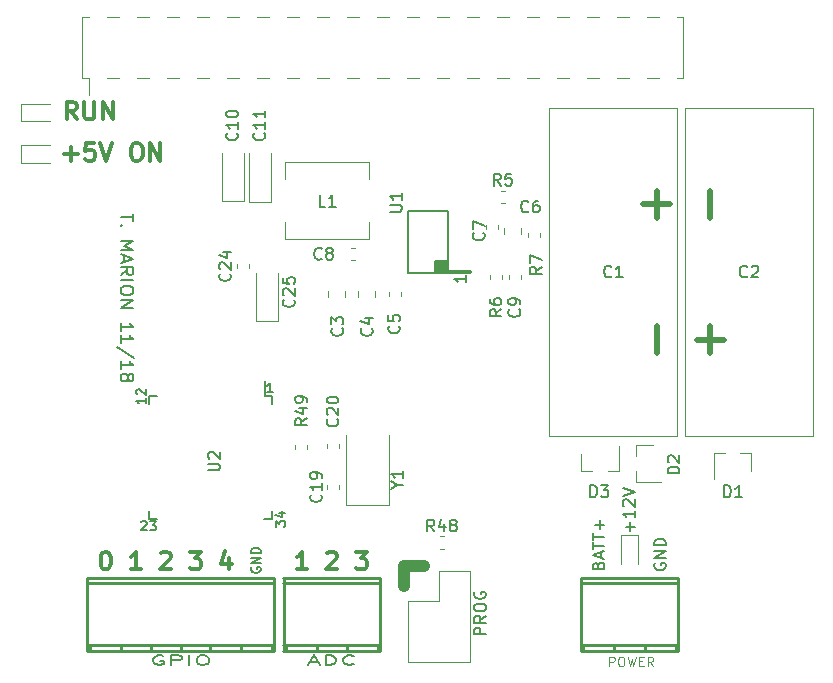
<source format=gto>
G04 #@! TF.GenerationSoftware,KiCad,Pcbnew,(5.0.1)-3*
G04 #@! TF.CreationDate,2018-11-04T00:00:59+01:00*
G04 #@! TF.ProjectId,rpi_power,7270695F706F7765722E6B696361645F,rev?*
G04 #@! TF.SameCoordinates,Original*
G04 #@! TF.FileFunction,Legend,Top*
G04 #@! TF.FilePolarity,Positive*
%FSLAX46Y46*%
G04 Gerber Fmt 4.6, Leading zero omitted, Abs format (unit mm)*
G04 Created by KiCad (PCBNEW (5.0.1)-3) date 04-Nov-18 00:00:59*
%MOMM*%
%LPD*%
G01*
G04 APERTURE LIST*
%ADD10C,0.200000*%
%ADD11C,0.300000*%
%ADD12C,0.150000*%
%ADD13C,1.000000*%
%ADD14C,0.120000*%
%ADD15C,0.350000*%
%ADD16C,0.254000*%
%ADD17C,0.100000*%
%ADD18C,0.500000*%
G04 APERTURE END LIST*
D10*
X127902380Y-85050000D02*
X127902380Y-85678571D01*
X126802380Y-85364285D02*
X127902380Y-85364285D01*
X126907142Y-86045238D02*
X126854761Y-86097619D01*
X126802380Y-86045238D01*
X126854761Y-85992857D01*
X126907142Y-86045238D01*
X126802380Y-86045238D01*
X126802380Y-87407142D02*
X127902380Y-87407142D01*
X127116666Y-87773809D01*
X127902380Y-88140476D01*
X126802380Y-88140476D01*
X127116666Y-88611904D02*
X127116666Y-89135714D01*
X126802380Y-88507142D02*
X127902380Y-88873809D01*
X126802380Y-89240476D01*
X126802380Y-90235714D02*
X127326190Y-89869047D01*
X126802380Y-89607142D02*
X127902380Y-89607142D01*
X127902380Y-90026190D01*
X127850000Y-90130952D01*
X127797619Y-90183333D01*
X127692857Y-90235714D01*
X127535714Y-90235714D01*
X127430952Y-90183333D01*
X127378571Y-90130952D01*
X127326190Y-90026190D01*
X127326190Y-89607142D01*
X126802380Y-90707142D02*
X127902380Y-90707142D01*
X127902380Y-91440476D02*
X127902380Y-91650000D01*
X127850000Y-91754761D01*
X127745238Y-91859523D01*
X127535714Y-91911904D01*
X127169047Y-91911904D01*
X126959523Y-91859523D01*
X126854761Y-91754761D01*
X126802380Y-91650000D01*
X126802380Y-91440476D01*
X126854761Y-91335714D01*
X126959523Y-91230952D01*
X127169047Y-91178571D01*
X127535714Y-91178571D01*
X127745238Y-91230952D01*
X127850000Y-91335714D01*
X127902380Y-91440476D01*
X126802380Y-92383333D02*
X127902380Y-92383333D01*
X126802380Y-93011904D01*
X127902380Y-93011904D01*
X126802380Y-94950000D02*
X126802380Y-94321428D01*
X126802380Y-94635714D02*
X127902380Y-94635714D01*
X127745238Y-94530952D01*
X127640476Y-94426190D01*
X127588095Y-94321428D01*
X126802380Y-95997619D02*
X126802380Y-95369047D01*
X126802380Y-95683333D02*
X127902380Y-95683333D01*
X127745238Y-95578571D01*
X127640476Y-95473809D01*
X127588095Y-95369047D01*
X127954761Y-97254761D02*
X126540476Y-96311904D01*
X126802380Y-98197619D02*
X126802380Y-97569047D01*
X126802380Y-97883333D02*
X127902380Y-97883333D01*
X127745238Y-97778571D01*
X127640476Y-97673809D01*
X127588095Y-97569047D01*
X127430952Y-98826190D02*
X127483333Y-98721428D01*
X127535714Y-98669047D01*
X127640476Y-98616666D01*
X127692857Y-98616666D01*
X127797619Y-98669047D01*
X127850000Y-98721428D01*
X127902380Y-98826190D01*
X127902380Y-99035714D01*
X127850000Y-99140476D01*
X127797619Y-99192857D01*
X127692857Y-99245238D01*
X127640476Y-99245238D01*
X127535714Y-99192857D01*
X127483333Y-99140476D01*
X127430952Y-99035714D01*
X127430952Y-98826190D01*
X127378571Y-98721428D01*
X127326190Y-98669047D01*
X127221428Y-98616666D01*
X127011904Y-98616666D01*
X126907142Y-98669047D01*
X126854761Y-98721428D01*
X126802380Y-98826190D01*
X126802380Y-99035714D01*
X126854761Y-99140476D01*
X126907142Y-99192857D01*
X127011904Y-99245238D01*
X127221428Y-99245238D01*
X127326190Y-99192857D01*
X127378571Y-99140476D01*
X127430952Y-99035714D01*
D11*
X146740000Y-113678571D02*
X147668571Y-113678571D01*
X147168571Y-114250000D01*
X147382857Y-114250000D01*
X147525714Y-114321428D01*
X147597142Y-114392857D01*
X147668571Y-114535714D01*
X147668571Y-114892857D01*
X147597142Y-115035714D01*
X147525714Y-115107142D01*
X147382857Y-115178571D01*
X146954285Y-115178571D01*
X146811428Y-115107142D01*
X146740000Y-115035714D01*
X144271428Y-113821428D02*
X144342857Y-113750000D01*
X144485714Y-113678571D01*
X144842857Y-113678571D01*
X144985714Y-113750000D01*
X145057142Y-113821428D01*
X145128571Y-113964285D01*
X145128571Y-114107142D01*
X145057142Y-114321428D01*
X144200000Y-115178571D01*
X145128571Y-115178571D01*
X142588571Y-115178571D02*
X141731428Y-115178571D01*
X142160000Y-115178571D02*
X142160000Y-113678571D01*
X142017142Y-113892857D01*
X141874285Y-114035714D01*
X141731428Y-114107142D01*
X135995714Y-114178571D02*
X135995714Y-115178571D01*
X135638571Y-113607142D02*
X135281428Y-114678571D01*
X136210000Y-114678571D01*
X132670000Y-113678571D02*
X133598571Y-113678571D01*
X133098571Y-114250000D01*
X133312857Y-114250000D01*
X133455714Y-114321428D01*
X133527142Y-114392857D01*
X133598571Y-114535714D01*
X133598571Y-114892857D01*
X133527142Y-115035714D01*
X133455714Y-115107142D01*
X133312857Y-115178571D01*
X132884285Y-115178571D01*
X132741428Y-115107142D01*
X132670000Y-115035714D01*
X130201428Y-113821428D02*
X130272857Y-113750000D01*
X130415714Y-113678571D01*
X130772857Y-113678571D01*
X130915714Y-113750000D01*
X130987142Y-113821428D01*
X131058571Y-113964285D01*
X131058571Y-114107142D01*
X130987142Y-114321428D01*
X130130000Y-115178571D01*
X131058571Y-115178571D01*
X128518571Y-115178571D02*
X127661428Y-115178571D01*
X128090000Y-115178571D02*
X128090000Y-113678571D01*
X127947142Y-113892857D01*
X127804285Y-114035714D01*
X127661428Y-114107142D01*
X125478571Y-113678571D02*
X125621428Y-113678571D01*
X125764285Y-113750000D01*
X125835714Y-113821428D01*
X125907142Y-113964285D01*
X125978571Y-114250000D01*
X125978571Y-114607142D01*
X125907142Y-114892857D01*
X125835714Y-115035714D01*
X125764285Y-115107142D01*
X125621428Y-115178571D01*
X125478571Y-115178571D01*
X125335714Y-115107142D01*
X125264285Y-115035714D01*
X125192857Y-114892857D01*
X125121428Y-114607142D01*
X125121428Y-114250000D01*
X125192857Y-113964285D01*
X125264285Y-113821428D01*
X125335714Y-113750000D01*
X125478571Y-113678571D01*
D12*
X139931904Y-111567619D02*
X139931904Y-111072380D01*
X140236666Y-111339047D01*
X140236666Y-111224761D01*
X140274761Y-111148571D01*
X140312857Y-111110476D01*
X140389047Y-111072380D01*
X140579523Y-111072380D01*
X140655714Y-111110476D01*
X140693809Y-111148571D01*
X140731904Y-111224761D01*
X140731904Y-111453333D01*
X140693809Y-111529523D01*
X140655714Y-111567619D01*
X140198571Y-110386666D02*
X140731904Y-110386666D01*
X139893809Y-110577142D02*
X140465238Y-110767619D01*
X140465238Y-110272380D01*
X128560476Y-111158095D02*
X128598571Y-111120000D01*
X128674761Y-111081904D01*
X128865238Y-111081904D01*
X128941428Y-111120000D01*
X128979523Y-111158095D01*
X129017619Y-111234285D01*
X129017619Y-111310476D01*
X128979523Y-111424761D01*
X128522380Y-111881904D01*
X129017619Y-111881904D01*
X129284285Y-111081904D02*
X129779523Y-111081904D01*
X129512857Y-111386666D01*
X129627142Y-111386666D01*
X129703333Y-111424761D01*
X129741428Y-111462857D01*
X129779523Y-111539047D01*
X129779523Y-111729523D01*
X129741428Y-111805714D01*
X129703333Y-111843809D01*
X129627142Y-111881904D01*
X129398571Y-111881904D01*
X129322380Y-111843809D01*
X129284285Y-111805714D01*
X128931904Y-100672380D02*
X128931904Y-101129523D01*
X128931904Y-100900952D02*
X128131904Y-100900952D01*
X128246190Y-100977142D01*
X128322380Y-101053333D01*
X128360476Y-101129523D01*
X128208095Y-100367619D02*
X128170000Y-100329523D01*
X128131904Y-100253333D01*
X128131904Y-100062857D01*
X128170000Y-99986666D01*
X128208095Y-99948571D01*
X128284285Y-99910476D01*
X128360476Y-99910476D01*
X128474761Y-99948571D01*
X128931904Y-100405714D01*
X128931904Y-99910476D01*
X139698571Y-100181904D02*
X139241428Y-100181904D01*
X139470000Y-100181904D02*
X139470000Y-99381904D01*
X139393809Y-99496190D01*
X139317619Y-99572380D01*
X139241428Y-99610476D01*
D11*
X123092857Y-77078571D02*
X122592857Y-76364285D01*
X122235714Y-77078571D02*
X122235714Y-75578571D01*
X122807142Y-75578571D01*
X122950000Y-75650000D01*
X123021428Y-75721428D01*
X123092857Y-75864285D01*
X123092857Y-76078571D01*
X123021428Y-76221428D01*
X122950000Y-76292857D01*
X122807142Y-76364285D01*
X122235714Y-76364285D01*
X123735714Y-75578571D02*
X123735714Y-76792857D01*
X123807142Y-76935714D01*
X123878571Y-77007142D01*
X124021428Y-77078571D01*
X124307142Y-77078571D01*
X124450000Y-77007142D01*
X124521428Y-76935714D01*
X124592857Y-76792857D01*
X124592857Y-75578571D01*
X125307142Y-77078571D02*
X125307142Y-75578571D01*
X126164285Y-77078571D01*
X126164285Y-75578571D01*
X122028571Y-80007142D02*
X123171428Y-80007142D01*
X122600000Y-80578571D02*
X122600000Y-79435714D01*
X124600000Y-79078571D02*
X123885714Y-79078571D01*
X123814285Y-79792857D01*
X123885714Y-79721428D01*
X124028571Y-79650000D01*
X124385714Y-79650000D01*
X124528571Y-79721428D01*
X124600000Y-79792857D01*
X124671428Y-79935714D01*
X124671428Y-80292857D01*
X124600000Y-80435714D01*
X124528571Y-80507142D01*
X124385714Y-80578571D01*
X124028571Y-80578571D01*
X123885714Y-80507142D01*
X123814285Y-80435714D01*
X125100000Y-79078571D02*
X125600000Y-80578571D01*
X126100000Y-79078571D01*
X128028571Y-79078571D02*
X128314285Y-79078571D01*
X128457142Y-79150000D01*
X128600000Y-79292857D01*
X128671428Y-79578571D01*
X128671428Y-80078571D01*
X128600000Y-80364285D01*
X128457142Y-80507142D01*
X128314285Y-80578571D01*
X128028571Y-80578571D01*
X127885714Y-80507142D01*
X127742857Y-80364285D01*
X127671428Y-80078571D01*
X127671428Y-79578571D01*
X127742857Y-79292857D01*
X127885714Y-79150000D01*
X128028571Y-79078571D01*
X129314285Y-80578571D02*
X129314285Y-79078571D01*
X130171428Y-80578571D01*
X130171428Y-79078571D01*
D12*
X137900000Y-115009523D02*
X137861904Y-115085714D01*
X137861904Y-115200000D01*
X137900000Y-115314285D01*
X137976190Y-115390476D01*
X138052380Y-115428571D01*
X138204761Y-115466666D01*
X138319047Y-115466666D01*
X138471428Y-115428571D01*
X138547619Y-115390476D01*
X138623809Y-115314285D01*
X138661904Y-115200000D01*
X138661904Y-115123809D01*
X138623809Y-115009523D01*
X138585714Y-114971428D01*
X138319047Y-114971428D01*
X138319047Y-115123809D01*
X138661904Y-114628571D02*
X137861904Y-114628571D01*
X138661904Y-114171428D01*
X137861904Y-114171428D01*
X138661904Y-113790476D02*
X137861904Y-113790476D01*
X137861904Y-113600000D01*
X137900000Y-113485714D01*
X137976190Y-113409523D01*
X138052380Y-113371428D01*
X138204761Y-113333333D01*
X138319047Y-113333333D01*
X138471428Y-113371428D01*
X138547619Y-113409523D01*
X138623809Y-113485714D01*
X138661904Y-113600000D01*
X138661904Y-113790476D01*
D10*
X169943464Y-111961904D02*
X169943464Y-111200000D01*
X170324416Y-111580952D02*
X169562512Y-111580952D01*
X170324416Y-110200000D02*
X170324416Y-110771428D01*
X170324416Y-110485714D02*
X169324416Y-110485714D01*
X169467274Y-110580952D01*
X169562512Y-110676190D01*
X169610131Y-110771428D01*
X169419655Y-109819047D02*
X169372036Y-109771428D01*
X169324416Y-109676190D01*
X169324416Y-109438095D01*
X169372036Y-109342857D01*
X169419655Y-109295238D01*
X169514893Y-109247619D01*
X169610131Y-109247619D01*
X169752988Y-109295238D01*
X170324416Y-109866666D01*
X170324416Y-109247619D01*
X169324416Y-108961904D02*
X170324416Y-108628571D01*
X169324416Y-108295238D01*
X172022036Y-114667325D02*
X171974416Y-114762563D01*
X171974416Y-114905421D01*
X172022036Y-115048278D01*
X172117274Y-115143516D01*
X172212512Y-115191135D01*
X172402988Y-115238754D01*
X172545845Y-115238754D01*
X172736321Y-115191135D01*
X172831559Y-115143516D01*
X172926797Y-115048278D01*
X172974416Y-114905421D01*
X172974416Y-114810182D01*
X172926797Y-114667325D01*
X172879178Y-114619706D01*
X172545845Y-114619706D01*
X172545845Y-114810182D01*
X172974416Y-114191135D02*
X171974416Y-114191135D01*
X172974416Y-113619706D01*
X171974416Y-113619706D01*
X172974416Y-113143516D02*
X171974416Y-113143516D01*
X171974416Y-112905421D01*
X172022036Y-112762563D01*
X172117274Y-112667325D01*
X172212512Y-112619706D01*
X172402988Y-112572087D01*
X172545845Y-112572087D01*
X172736321Y-112619706D01*
X172831559Y-112667325D01*
X172926797Y-112762563D01*
X172974416Y-112905421D01*
X172974416Y-113143516D01*
X167250607Y-114843516D02*
X167298226Y-114700659D01*
X167345845Y-114653040D01*
X167441083Y-114605421D01*
X167583940Y-114605421D01*
X167679178Y-114653040D01*
X167726797Y-114700659D01*
X167774416Y-114795897D01*
X167774416Y-115176849D01*
X166774416Y-115176849D01*
X166774416Y-114843516D01*
X166822036Y-114748278D01*
X166869655Y-114700659D01*
X166964893Y-114653040D01*
X167060131Y-114653040D01*
X167155369Y-114700659D01*
X167202988Y-114748278D01*
X167250607Y-114843516D01*
X167250607Y-115176849D01*
X167488702Y-114224468D02*
X167488702Y-113748278D01*
X167774416Y-114319706D02*
X166774416Y-113986373D01*
X167774416Y-113653040D01*
X166774416Y-113462563D02*
X166774416Y-112891135D01*
X167774416Y-113176849D02*
X166774416Y-113176849D01*
X166774416Y-112700659D02*
X166774416Y-112129230D01*
X167774416Y-112414944D02*
X166774416Y-112414944D01*
X167393464Y-111795897D02*
X167393464Y-111033992D01*
X167774416Y-111414944D02*
X167012512Y-111414944D01*
D13*
G04 #@! TO.C,J7*
X150800000Y-114900000D02*
X152500000Y-114900000D01*
X150800000Y-116600000D02*
X150800000Y-114900000D01*
D14*
X153770000Y-115270000D02*
X156370000Y-115270000D01*
X153770000Y-117870000D02*
X153770000Y-115270000D01*
X151170000Y-117870000D02*
X153770000Y-117870000D01*
X156370000Y-115270000D02*
X156370000Y-123010000D01*
X151170000Y-117870000D02*
X151170000Y-123010000D01*
X151170000Y-123010000D02*
X156370000Y-123010000D01*
D12*
G04 #@! TO.C,U2*
X139015918Y-100520740D02*
X139015918Y-99245740D01*
X139590918Y-110870740D02*
X139590918Y-110195740D01*
X129240918Y-110870740D02*
X129240918Y-110195740D01*
X129240918Y-100520740D02*
X129240918Y-101195740D01*
X139590918Y-100520740D02*
X139590918Y-101195740D01*
X129240918Y-100520740D02*
X129915918Y-100520740D01*
X129240918Y-110870740D02*
X129915918Y-110870740D01*
X139590918Y-110870740D02*
X138915918Y-110870740D01*
X139590918Y-100520740D02*
X139015918Y-100520740D01*
G04 #@! TO.C,U1*
X154522036Y-90055421D02*
X154522036Y-84855421D01*
X154522036Y-84855421D02*
X151122036Y-84855421D01*
X151122036Y-84855421D02*
X151122036Y-90055421D01*
X151122036Y-90055421D02*
X154522036Y-90055421D01*
G36*
X154522036Y-89055421D02*
X153422036Y-89055421D01*
X153422036Y-90055421D01*
X154522036Y-90055421D01*
X154522036Y-89055421D01*
G37*
X154522036Y-89055421D02*
X153422036Y-89055421D01*
X153422036Y-90055421D01*
X154522036Y-90055421D01*
X154522036Y-89055421D01*
D15*
X154422036Y-89955421D02*
X156422036Y-89955421D01*
D16*
G04 #@! TO.C,J9*
X124005680Y-115901200D02*
X124005680Y-122098800D01*
X139794320Y-122098800D02*
X139794320Y-115901200D01*
X126802220Y-122098800D02*
X126802220Y-121600960D01*
X139596200Y-121600960D02*
X139596200Y-122098800D01*
X124203800Y-122098800D02*
X124203800Y-121600960D01*
X129400640Y-121600960D02*
X129400640Y-122098800D01*
X131897460Y-121600960D02*
X131897460Y-122098800D01*
X134399360Y-121600960D02*
X134399360Y-122098800D01*
X137000320Y-121600960D02*
X137000320Y-122098800D01*
X139799400Y-121600960D02*
X124000600Y-121600960D01*
X124000600Y-122098800D02*
X139799400Y-122098800D01*
X139799400Y-116299980D02*
X124000600Y-116299980D01*
X139799400Y-115901200D02*
X124000600Y-115901200D01*
G04 #@! TO.C,J1*
X165802980Y-115901200D02*
X165802980Y-122098800D01*
X173999560Y-122098800D02*
X173999560Y-115901200D01*
X168602060Y-122098800D02*
X168602060Y-121600960D01*
X173801440Y-121600960D02*
X173801440Y-122098800D01*
X166001100Y-122098800D02*
X166001100Y-121600960D01*
X171200480Y-121600960D02*
X171200480Y-122098800D01*
X165800440Y-122098800D02*
X173999560Y-122098800D01*
X173999560Y-121600960D02*
X165800440Y-121600960D01*
X173999560Y-116299980D02*
X165800440Y-116299980D01*
X173999560Y-115901200D02*
X165800440Y-115901200D01*
D14*
G04 #@! TO.C,C1*
X173870000Y-103900000D02*
X163130000Y-103900000D01*
X173870000Y-76100000D02*
X163130000Y-76100000D01*
X163100000Y-76100000D02*
X163100000Y-103900000D01*
X173900000Y-76100000D02*
X173900000Y-103900000D01*
G04 #@! TO.C,C19*
X144302266Y-108028733D02*
X144302266Y-108371267D01*
X145322266Y-108028733D02*
X145322266Y-108371267D01*
G04 #@! TO.C,C20*
X145322266Y-104933542D02*
X145322266Y-104591008D01*
X144302266Y-104933542D02*
X144302266Y-104591008D01*
G04 #@! TO.C,C9*
X160732036Y-90571267D02*
X160732036Y-90228733D01*
X159712036Y-90571267D02*
X159712036Y-90228733D01*
G04 #@! TO.C,C4*
X146912036Y-91569169D02*
X146912036Y-92091673D01*
X148332036Y-91569169D02*
X148332036Y-92091673D01*
G04 #@! TO.C,C6*
X160732036Y-86791673D02*
X160732036Y-86269169D01*
X159312036Y-86791673D02*
X159312036Y-86269169D01*
G04 #@! TO.C,C7*
X158732036Y-86326688D02*
X158732036Y-85984154D01*
X157712036Y-86326688D02*
X157712036Y-85984154D01*
G04 #@! TO.C,C3*
X144412036Y-91569169D02*
X144412036Y-92091673D01*
X145832036Y-91569169D02*
X145832036Y-92091673D01*
G04 #@! TO.C,C5*
X149512036Y-91684154D02*
X149512036Y-92026688D01*
X150532036Y-91684154D02*
X150532036Y-92026688D01*
G04 #@! TO.C,C8*
X146693303Y-87945421D02*
X146350769Y-87945421D01*
X146693303Y-88965421D02*
X146350769Y-88965421D01*
G04 #@! TO.C,L1*
X140772036Y-87205421D02*
X140772036Y-85755421D01*
X147872036Y-87205421D02*
X140772036Y-87205421D01*
X147872036Y-85755421D02*
X147872036Y-87205421D01*
X147872036Y-80705421D02*
X147872036Y-82155421D01*
X140772036Y-80705421D02*
X147872036Y-80705421D01*
X140772036Y-82155421D02*
X140772036Y-80705421D01*
G04 #@! TO.C,R6*
X159132036Y-90571267D02*
X159132036Y-90228733D01*
X158112036Y-90571267D02*
X158112036Y-90228733D01*
G04 #@! TO.C,R5*
X158975769Y-84165421D02*
X159318303Y-84165421D01*
X158975769Y-83145421D02*
X159318303Y-83145421D01*
G04 #@! TO.C,R7*
X162332036Y-87026688D02*
X162332036Y-86684154D01*
X161312036Y-87026688D02*
X161312036Y-86684154D01*
G04 #@! TO.C,D3*
X165820000Y-106860000D02*
X165820000Y-105400000D01*
X168980000Y-106860000D02*
X168980000Y-104700000D01*
X168980000Y-106860000D02*
X168050000Y-106860000D01*
X165820000Y-106860000D02*
X166750000Y-106860000D01*
G04 #@! TO.C,C2*
X174630000Y-76100000D02*
X185370000Y-76100000D01*
X174630000Y-103900000D02*
X185370000Y-103900000D01*
X185400000Y-103900000D02*
X185400000Y-76100000D01*
X174600000Y-103900000D02*
X174600000Y-76100000D01*
G04 #@! TO.C,C24*
X136690000Y-89328733D02*
X136690000Y-89671267D01*
X137710000Y-89328733D02*
X137710000Y-89671267D01*
G04 #@! TO.C,D1*
X180202036Y-105345421D02*
X180202036Y-106805421D01*
X177042036Y-105345421D02*
X177042036Y-107505421D01*
X177042036Y-105345421D02*
X177972036Y-105345421D01*
X180202036Y-105345421D02*
X179272036Y-105345421D01*
G04 #@! TO.C,D2*
X170440000Y-104620000D02*
X171900000Y-104620000D01*
X170440000Y-107780000D02*
X172600000Y-107780000D01*
X170440000Y-107780000D02*
X170440000Y-106850000D01*
X170440000Y-104620000D02*
X170440000Y-105550000D01*
G04 #@! TO.C,D10*
X118340000Y-77235000D02*
X120800000Y-77235000D01*
X118340000Y-75765000D02*
X118340000Y-77235000D01*
X120800000Y-75765000D02*
X118340000Y-75765000D01*
G04 #@! TO.C,D11*
X118340000Y-80735000D02*
X120800000Y-80735000D01*
X118340000Y-79265000D02*
X118340000Y-80735000D01*
X120800000Y-79265000D02*
X118340000Y-79265000D01*
G04 #@! TO.C,D12*
X169165000Y-112240000D02*
X169165000Y-114700000D01*
X170635000Y-112240000D02*
X169165000Y-112240000D01*
X170635000Y-114700000D02*
X170635000Y-112240000D01*
D16*
G04 #@! TO.C,J4*
X140602980Y-115901200D02*
X140602980Y-122098800D01*
X148799560Y-122098800D02*
X148799560Y-115901200D01*
X143402060Y-122098800D02*
X143402060Y-121600960D01*
X148601440Y-121600960D02*
X148601440Y-122098800D01*
X140801100Y-122098800D02*
X140801100Y-121600960D01*
X146000480Y-121600960D02*
X146000480Y-122098800D01*
X140600440Y-122098800D02*
X148799560Y-122098800D01*
X148799560Y-121600960D02*
X140600440Y-121600960D01*
X148799560Y-116299980D02*
X140600440Y-116299980D01*
X148799560Y-115901200D02*
X140600440Y-115901200D01*
D14*
G04 #@! TO.C,R48*
X154171267Y-112390000D02*
X153828733Y-112390000D01*
X154171267Y-113410000D02*
X153828733Y-113410000D01*
G04 #@! TO.C,R49*
X141590000Y-104628733D02*
X141590000Y-104971267D01*
X142610000Y-104628733D02*
X142610000Y-104971267D01*
G04 #@! TO.C,J3*
X171350000Y-68400000D02*
X172370000Y-68400000D01*
X171350000Y-73600000D02*
X172370000Y-73600000D01*
X168810000Y-68400000D02*
X169830000Y-68400000D01*
X168810000Y-73600000D02*
X169830000Y-73600000D01*
X166270000Y-68400000D02*
X167290000Y-68400000D01*
X166270000Y-73600000D02*
X167290000Y-73600000D01*
X163730000Y-68400000D02*
X164750000Y-68400000D01*
X163730000Y-73600000D02*
X164750000Y-73600000D01*
X161190000Y-68400000D02*
X162210000Y-68400000D01*
X161190000Y-73600000D02*
X162210000Y-73600000D01*
X158650000Y-68400000D02*
X159670000Y-68400000D01*
X158650000Y-73600000D02*
X159670000Y-73600000D01*
X156110000Y-68400000D02*
X157130000Y-68400000D01*
X156110000Y-73600000D02*
X157130000Y-73600000D01*
X153570000Y-68400000D02*
X154590000Y-68400000D01*
X153570000Y-73600000D02*
X154590000Y-73600000D01*
X151030000Y-68400000D02*
X152050000Y-68400000D01*
X151030000Y-73600000D02*
X152050000Y-73600000D01*
X148490000Y-68400000D02*
X149510000Y-68400000D01*
X148490000Y-73600000D02*
X149510000Y-73600000D01*
X145950000Y-68400000D02*
X146970000Y-68400000D01*
X145950000Y-73600000D02*
X146970000Y-73600000D01*
X143410000Y-68400000D02*
X144430000Y-68400000D01*
X143410000Y-73600000D02*
X144430000Y-73600000D01*
X140870000Y-68400000D02*
X141890000Y-68400000D01*
X140870000Y-73600000D02*
X141890000Y-73600000D01*
X138330000Y-68400000D02*
X139350000Y-68400000D01*
X138330000Y-73600000D02*
X139350000Y-73600000D01*
X135790000Y-68400000D02*
X136810000Y-68400000D01*
X135790000Y-73600000D02*
X136810000Y-73600000D01*
X133250000Y-68400000D02*
X134270000Y-68400000D01*
X133250000Y-73600000D02*
X134270000Y-73600000D01*
X130710000Y-68400000D02*
X131730000Y-68400000D01*
X130710000Y-73600000D02*
X131730000Y-73600000D01*
X128170000Y-68400000D02*
X129190000Y-68400000D01*
X128170000Y-73600000D02*
X129190000Y-73600000D01*
X125630000Y-68400000D02*
X126650000Y-68400000D01*
X125630000Y-73600000D02*
X126650000Y-73600000D01*
X173890000Y-68400000D02*
X174460000Y-68400000D01*
X173890000Y-73600000D02*
X174460000Y-73600000D01*
X123540000Y-68400000D02*
X124110000Y-68400000D01*
X123540000Y-73600000D02*
X124110000Y-73600000D01*
X124110000Y-75040000D02*
X124110000Y-73600000D01*
X174460000Y-73600000D02*
X174460000Y-68400000D01*
X123540000Y-73600000D02*
X123540000Y-68400000D01*
G04 #@! TO.C,Y1*
X149504782Y-109733344D02*
X149504782Y-103833344D01*
X145904782Y-109733344D02*
X149504782Y-109733344D01*
X145904782Y-103833344D02*
X145904782Y-109733344D01*
G04 #@! TO.C,C10*
X135387036Y-79892921D02*
X135387036Y-83977921D01*
X135387036Y-83977921D02*
X137257036Y-83977921D01*
X137257036Y-83977921D02*
X137257036Y-79892921D01*
G04 #@! TO.C,C11*
X137687036Y-79955421D02*
X137687036Y-84040421D01*
X137687036Y-84040421D02*
X139557036Y-84040421D01*
X139557036Y-84040421D02*
X139557036Y-79955421D01*
G04 #@! TO.C,C25*
X138265000Y-90100000D02*
X138265000Y-94185000D01*
X138265000Y-94185000D02*
X140135000Y-94185000D01*
X140135000Y-94185000D02*
X140135000Y-90100000D01*
G04 #@! TO.C,J7*
D12*
X157752380Y-120685714D02*
X156752380Y-120685714D01*
X156752380Y-120304761D01*
X156800000Y-120209523D01*
X156847619Y-120161904D01*
X156942857Y-120114285D01*
X157085714Y-120114285D01*
X157180952Y-120161904D01*
X157228571Y-120209523D01*
X157276190Y-120304761D01*
X157276190Y-120685714D01*
X157752380Y-119114285D02*
X157276190Y-119447619D01*
X157752380Y-119685714D02*
X156752380Y-119685714D01*
X156752380Y-119304761D01*
X156800000Y-119209523D01*
X156847619Y-119161904D01*
X156942857Y-119114285D01*
X157085714Y-119114285D01*
X157180952Y-119161904D01*
X157228571Y-119209523D01*
X157276190Y-119304761D01*
X157276190Y-119685714D01*
X156752380Y-118495238D02*
X156752380Y-118304761D01*
X156800000Y-118209523D01*
X156895238Y-118114285D01*
X157085714Y-118066666D01*
X157419047Y-118066666D01*
X157609523Y-118114285D01*
X157704761Y-118209523D01*
X157752380Y-118304761D01*
X157752380Y-118495238D01*
X157704761Y-118590476D01*
X157609523Y-118685714D01*
X157419047Y-118733333D01*
X157085714Y-118733333D01*
X156895238Y-118685714D01*
X156800000Y-118590476D01*
X156752380Y-118495238D01*
X156800000Y-117114285D02*
X156752380Y-117209523D01*
X156752380Y-117352380D01*
X156800000Y-117495238D01*
X156895238Y-117590476D01*
X156990476Y-117638095D01*
X157180952Y-117685714D01*
X157323809Y-117685714D01*
X157514285Y-117638095D01*
X157609523Y-117590476D01*
X157704761Y-117495238D01*
X157752380Y-117352380D01*
X157752380Y-117257142D01*
X157704761Y-117114285D01*
X157657142Y-117066666D01*
X157323809Y-117066666D01*
X157323809Y-117257142D01*
G04 #@! TO.C,U2*
X134228380Y-106793904D02*
X135037904Y-106793904D01*
X135133142Y-106746285D01*
X135180761Y-106698666D01*
X135228380Y-106603428D01*
X135228380Y-106412952D01*
X135180761Y-106317714D01*
X135133142Y-106270095D01*
X135037904Y-106222476D01*
X134228380Y-106222476D01*
X134323619Y-105793904D02*
X134276000Y-105746285D01*
X134228380Y-105651047D01*
X134228380Y-105412952D01*
X134276000Y-105317714D01*
X134323619Y-105270095D01*
X134418857Y-105222476D01*
X134514095Y-105222476D01*
X134656952Y-105270095D01*
X135228380Y-105841523D01*
X135228380Y-105222476D01*
G04 #@! TO.C,U1*
X149622380Y-84881904D02*
X150431904Y-84881904D01*
X150527142Y-84834285D01*
X150574761Y-84786666D01*
X150622380Y-84691428D01*
X150622380Y-84500952D01*
X150574761Y-84405714D01*
X150527142Y-84358095D01*
X150431904Y-84310476D01*
X149622380Y-84310476D01*
X150622380Y-83310476D02*
X150622380Y-83881904D01*
X150622380Y-83596190D02*
X149622380Y-83596190D01*
X149765238Y-83691428D01*
X149860476Y-83786666D01*
X149908095Y-83881904D01*
X156074416Y-90269706D02*
X156074416Y-90841135D01*
X156074416Y-90555421D02*
X155074416Y-90555421D01*
X155217274Y-90650659D01*
X155312512Y-90745897D01*
X155360131Y-90841135D01*
G04 #@! TO.C,J9*
D10*
X130400000Y-122500000D02*
X130257142Y-122461904D01*
X130042857Y-122461904D01*
X129828571Y-122500000D01*
X129685714Y-122576190D01*
X129614285Y-122652380D01*
X129542857Y-122804761D01*
X129542857Y-122919047D01*
X129614285Y-123071428D01*
X129685714Y-123147619D01*
X129828571Y-123223809D01*
X130042857Y-123261904D01*
X130185714Y-123261904D01*
X130400000Y-123223809D01*
X130471428Y-123185714D01*
X130471428Y-122919047D01*
X130185714Y-122919047D01*
X131114285Y-123261904D02*
X131114285Y-122461904D01*
X131685714Y-122461904D01*
X131828571Y-122500000D01*
X131900000Y-122538095D01*
X131971428Y-122614285D01*
X131971428Y-122728571D01*
X131900000Y-122804761D01*
X131828571Y-122842857D01*
X131685714Y-122880952D01*
X131114285Y-122880952D01*
X132614285Y-123261904D02*
X132614285Y-122461904D01*
X133614285Y-122461904D02*
X133900000Y-122461904D01*
X134042857Y-122500000D01*
X134185714Y-122576190D01*
X134257142Y-122728571D01*
X134257142Y-122995238D01*
X134185714Y-123147619D01*
X134042857Y-123223809D01*
X133900000Y-123261904D01*
X133614285Y-123261904D01*
X133471428Y-123223809D01*
X133328571Y-123147619D01*
X133257142Y-122995238D01*
X133257142Y-122728571D01*
X133328571Y-122576190D01*
X133471428Y-122500000D01*
X133614285Y-122461904D01*
G04 #@! TO.C,J1*
D17*
X168174416Y-123367325D02*
X168174416Y-122567325D01*
X168479178Y-122567325D01*
X168555369Y-122605421D01*
X168593464Y-122643516D01*
X168631559Y-122719706D01*
X168631559Y-122833992D01*
X168593464Y-122910182D01*
X168555369Y-122948278D01*
X168479178Y-122986373D01*
X168174416Y-122986373D01*
X169126797Y-122567325D02*
X169279178Y-122567325D01*
X169355369Y-122605421D01*
X169431559Y-122681611D01*
X169469655Y-122833992D01*
X169469655Y-123100659D01*
X169431559Y-123253040D01*
X169355369Y-123329230D01*
X169279178Y-123367325D01*
X169126797Y-123367325D01*
X169050607Y-123329230D01*
X168974416Y-123253040D01*
X168936321Y-123100659D01*
X168936321Y-122833992D01*
X168974416Y-122681611D01*
X169050607Y-122605421D01*
X169126797Y-122567325D01*
X169736321Y-122567325D02*
X169926797Y-123367325D01*
X170079178Y-122795897D01*
X170231559Y-123367325D01*
X170422036Y-122567325D01*
X170726797Y-122948278D02*
X170993464Y-122948278D01*
X171107750Y-123367325D02*
X170726797Y-123367325D01*
X170726797Y-122567325D01*
X171107750Y-122567325D01*
X171907750Y-123367325D02*
X171641083Y-122986373D01*
X171450607Y-123367325D02*
X171450607Y-122567325D01*
X171755369Y-122567325D01*
X171831559Y-122605421D01*
X171869655Y-122643516D01*
X171907750Y-122719706D01*
X171907750Y-122833992D01*
X171869655Y-122910182D01*
X171831559Y-122948278D01*
X171755369Y-122986373D01*
X171450607Y-122986373D01*
G04 #@! TO.C,C1*
D12*
X168355369Y-90357142D02*
X168307750Y-90404761D01*
X168164893Y-90452380D01*
X168069655Y-90452380D01*
X167926797Y-90404761D01*
X167831559Y-90309523D01*
X167783940Y-90214285D01*
X167736321Y-90023809D01*
X167736321Y-89880952D01*
X167783940Y-89690476D01*
X167831559Y-89595238D01*
X167926797Y-89500000D01*
X168069655Y-89452380D01*
X168164893Y-89452380D01*
X168307750Y-89500000D01*
X168355369Y-89547619D01*
X169307750Y-90452380D02*
X168736321Y-90452380D01*
X169022036Y-90452380D02*
X169022036Y-89452380D01*
X168926797Y-89595238D01*
X168831559Y-89690476D01*
X168736321Y-89738095D01*
D18*
X172214285Y-96892857D02*
X172214285Y-94607142D01*
X172214285Y-85392857D02*
X172214285Y-83107142D01*
X173357142Y-84250000D02*
X171071428Y-84250000D01*
G04 #@! TO.C,C19*
D12*
X143757142Y-108842857D02*
X143804761Y-108890476D01*
X143852380Y-109033333D01*
X143852380Y-109128571D01*
X143804761Y-109271428D01*
X143709523Y-109366666D01*
X143614285Y-109414285D01*
X143423809Y-109461904D01*
X143280952Y-109461904D01*
X143090476Y-109414285D01*
X142995238Y-109366666D01*
X142900000Y-109271428D01*
X142852380Y-109128571D01*
X142852380Y-109033333D01*
X142900000Y-108890476D01*
X142947619Y-108842857D01*
X143852380Y-107890476D02*
X143852380Y-108461904D01*
X143852380Y-108176190D02*
X142852380Y-108176190D01*
X142995238Y-108271428D01*
X143090476Y-108366666D01*
X143138095Y-108461904D01*
X143852380Y-107414285D02*
X143852380Y-107223809D01*
X143804761Y-107128571D01*
X143757142Y-107080952D01*
X143614285Y-106985714D01*
X143423809Y-106938095D01*
X143042857Y-106938095D01*
X142947619Y-106985714D01*
X142900000Y-107033333D01*
X142852380Y-107128571D01*
X142852380Y-107319047D01*
X142900000Y-107414285D01*
X142947619Y-107461904D01*
X143042857Y-107509523D01*
X143280952Y-107509523D01*
X143376190Y-107461904D01*
X143423809Y-107414285D01*
X143471428Y-107319047D01*
X143471428Y-107128571D01*
X143423809Y-107033333D01*
X143376190Y-106985714D01*
X143280952Y-106938095D01*
G04 #@! TO.C,C20*
X145157142Y-102442857D02*
X145204761Y-102490476D01*
X145252380Y-102633333D01*
X145252380Y-102728571D01*
X145204761Y-102871428D01*
X145109523Y-102966666D01*
X145014285Y-103014285D01*
X144823809Y-103061904D01*
X144680952Y-103061904D01*
X144490476Y-103014285D01*
X144395238Y-102966666D01*
X144300000Y-102871428D01*
X144252380Y-102728571D01*
X144252380Y-102633333D01*
X144300000Y-102490476D01*
X144347619Y-102442857D01*
X144347619Y-102061904D02*
X144300000Y-102014285D01*
X144252380Y-101919047D01*
X144252380Y-101680952D01*
X144300000Y-101585714D01*
X144347619Y-101538095D01*
X144442857Y-101490476D01*
X144538095Y-101490476D01*
X144680952Y-101538095D01*
X145252380Y-102109523D01*
X145252380Y-101490476D01*
X144252380Y-100871428D02*
X144252380Y-100776190D01*
X144300000Y-100680952D01*
X144347619Y-100633333D01*
X144442857Y-100585714D01*
X144633333Y-100538095D01*
X144871428Y-100538095D01*
X145061904Y-100585714D01*
X145157142Y-100633333D01*
X145204761Y-100680952D01*
X145252380Y-100776190D01*
X145252380Y-100871428D01*
X145204761Y-100966666D01*
X145157142Y-101014285D01*
X145061904Y-101061904D01*
X144871428Y-101109523D01*
X144633333Y-101109523D01*
X144442857Y-101061904D01*
X144347619Y-101014285D01*
X144300000Y-100966666D01*
X144252380Y-100871428D01*
G04 #@! TO.C,C9*
X160557142Y-93166666D02*
X160604761Y-93214285D01*
X160652380Y-93357142D01*
X160652380Y-93452380D01*
X160604761Y-93595238D01*
X160509523Y-93690476D01*
X160414285Y-93738095D01*
X160223809Y-93785714D01*
X160080952Y-93785714D01*
X159890476Y-93738095D01*
X159795238Y-93690476D01*
X159700000Y-93595238D01*
X159652380Y-93452380D01*
X159652380Y-93357142D01*
X159700000Y-93214285D01*
X159747619Y-93166666D01*
X160652380Y-92690476D02*
X160652380Y-92500000D01*
X160604761Y-92404761D01*
X160557142Y-92357142D01*
X160414285Y-92261904D01*
X160223809Y-92214285D01*
X159842857Y-92214285D01*
X159747619Y-92261904D01*
X159700000Y-92309523D01*
X159652380Y-92404761D01*
X159652380Y-92595238D01*
X159700000Y-92690476D01*
X159747619Y-92738095D01*
X159842857Y-92785714D01*
X160080952Y-92785714D01*
X160176190Y-92738095D01*
X160223809Y-92690476D01*
X160271428Y-92595238D01*
X160271428Y-92404761D01*
X160223809Y-92309523D01*
X160176190Y-92261904D01*
X160080952Y-92214285D01*
G04 #@! TO.C,C4*
X148057142Y-94766666D02*
X148104761Y-94814285D01*
X148152380Y-94957142D01*
X148152380Y-95052380D01*
X148104761Y-95195238D01*
X148009523Y-95290476D01*
X147914285Y-95338095D01*
X147723809Y-95385714D01*
X147580952Y-95385714D01*
X147390476Y-95338095D01*
X147295238Y-95290476D01*
X147200000Y-95195238D01*
X147152380Y-95052380D01*
X147152380Y-94957142D01*
X147200000Y-94814285D01*
X147247619Y-94766666D01*
X147485714Y-93909523D02*
X148152380Y-93909523D01*
X147104761Y-94147619D02*
X147819047Y-94385714D01*
X147819047Y-93766666D01*
G04 #@! TO.C,C6*
X161333333Y-84857142D02*
X161285714Y-84904761D01*
X161142857Y-84952380D01*
X161047619Y-84952380D01*
X160904761Y-84904761D01*
X160809523Y-84809523D01*
X160761904Y-84714285D01*
X160714285Y-84523809D01*
X160714285Y-84380952D01*
X160761904Y-84190476D01*
X160809523Y-84095238D01*
X160904761Y-84000000D01*
X161047619Y-83952380D01*
X161142857Y-83952380D01*
X161285714Y-84000000D01*
X161333333Y-84047619D01*
X162190476Y-83952380D02*
X162000000Y-83952380D01*
X161904761Y-84000000D01*
X161857142Y-84047619D01*
X161761904Y-84190476D01*
X161714285Y-84380952D01*
X161714285Y-84761904D01*
X161761904Y-84857142D01*
X161809523Y-84904761D01*
X161904761Y-84952380D01*
X162095238Y-84952380D01*
X162190476Y-84904761D01*
X162238095Y-84857142D01*
X162285714Y-84761904D01*
X162285714Y-84523809D01*
X162238095Y-84428571D01*
X162190476Y-84380952D01*
X162095238Y-84333333D01*
X161904761Y-84333333D01*
X161809523Y-84380952D01*
X161761904Y-84428571D01*
X161714285Y-84523809D01*
G04 #@! TO.C,C7*
X157527142Y-86686666D02*
X157574761Y-86734285D01*
X157622380Y-86877142D01*
X157622380Y-86972380D01*
X157574761Y-87115238D01*
X157479523Y-87210476D01*
X157384285Y-87258095D01*
X157193809Y-87305714D01*
X157050952Y-87305714D01*
X156860476Y-87258095D01*
X156765238Y-87210476D01*
X156670000Y-87115238D01*
X156622380Y-86972380D01*
X156622380Y-86877142D01*
X156670000Y-86734285D01*
X156717619Y-86686666D01*
X156622380Y-86353333D02*
X156622380Y-85686666D01*
X157622380Y-86115238D01*
G04 #@! TO.C,C3*
X145557142Y-94766666D02*
X145604761Y-94814285D01*
X145652380Y-94957142D01*
X145652380Y-95052380D01*
X145604761Y-95195238D01*
X145509523Y-95290476D01*
X145414285Y-95338095D01*
X145223809Y-95385714D01*
X145080952Y-95385714D01*
X144890476Y-95338095D01*
X144795238Y-95290476D01*
X144700000Y-95195238D01*
X144652380Y-95052380D01*
X144652380Y-94957142D01*
X144700000Y-94814285D01*
X144747619Y-94766666D01*
X144652380Y-94433333D02*
X144652380Y-93814285D01*
X145033333Y-94147619D01*
X145033333Y-94004761D01*
X145080952Y-93909523D01*
X145128571Y-93861904D01*
X145223809Y-93814285D01*
X145461904Y-93814285D01*
X145557142Y-93861904D01*
X145604761Y-93909523D01*
X145652380Y-94004761D01*
X145652380Y-94290476D01*
X145604761Y-94385714D01*
X145557142Y-94433333D01*
G04 #@! TO.C,C5*
X150357142Y-94566666D02*
X150404761Y-94614285D01*
X150452380Y-94757142D01*
X150452380Y-94852380D01*
X150404761Y-94995238D01*
X150309523Y-95090476D01*
X150214285Y-95138095D01*
X150023809Y-95185714D01*
X149880952Y-95185714D01*
X149690476Y-95138095D01*
X149595238Y-95090476D01*
X149500000Y-94995238D01*
X149452380Y-94852380D01*
X149452380Y-94757142D01*
X149500000Y-94614285D01*
X149547619Y-94566666D01*
X149452380Y-93661904D02*
X149452380Y-94138095D01*
X149928571Y-94185714D01*
X149880952Y-94138095D01*
X149833333Y-94042857D01*
X149833333Y-93804761D01*
X149880952Y-93709523D01*
X149928571Y-93661904D01*
X150023809Y-93614285D01*
X150261904Y-93614285D01*
X150357142Y-93661904D01*
X150404761Y-93709523D01*
X150452380Y-93804761D01*
X150452380Y-94042857D01*
X150404761Y-94138095D01*
X150357142Y-94185714D01*
G04 #@! TO.C,C8*
X143833333Y-88857142D02*
X143785714Y-88904761D01*
X143642857Y-88952380D01*
X143547619Y-88952380D01*
X143404761Y-88904761D01*
X143309523Y-88809523D01*
X143261904Y-88714285D01*
X143214285Y-88523809D01*
X143214285Y-88380952D01*
X143261904Y-88190476D01*
X143309523Y-88095238D01*
X143404761Y-88000000D01*
X143547619Y-87952380D01*
X143642857Y-87952380D01*
X143785714Y-88000000D01*
X143833333Y-88047619D01*
X144404761Y-88380952D02*
X144309523Y-88333333D01*
X144261904Y-88285714D01*
X144214285Y-88190476D01*
X144214285Y-88142857D01*
X144261904Y-88047619D01*
X144309523Y-88000000D01*
X144404761Y-87952380D01*
X144595238Y-87952380D01*
X144690476Y-88000000D01*
X144738095Y-88047619D01*
X144785714Y-88142857D01*
X144785714Y-88190476D01*
X144738095Y-88285714D01*
X144690476Y-88333333D01*
X144595238Y-88380952D01*
X144404761Y-88380952D01*
X144309523Y-88428571D01*
X144261904Y-88476190D01*
X144214285Y-88571428D01*
X144214285Y-88761904D01*
X144261904Y-88857142D01*
X144309523Y-88904761D01*
X144404761Y-88952380D01*
X144595238Y-88952380D01*
X144690476Y-88904761D01*
X144738095Y-88857142D01*
X144785714Y-88761904D01*
X144785714Y-88571428D01*
X144738095Y-88476190D01*
X144690476Y-88428571D01*
X144595238Y-88380952D01*
G04 #@! TO.C,L1*
X144155369Y-84452380D02*
X143679178Y-84452380D01*
X143679178Y-83452380D01*
X145012512Y-84452380D02*
X144441083Y-84452380D01*
X144726797Y-84452380D02*
X144726797Y-83452380D01*
X144631559Y-83595238D01*
X144536321Y-83690476D01*
X144441083Y-83738095D01*
G04 #@! TO.C,R6*
X159052380Y-93166666D02*
X158576190Y-93500000D01*
X159052380Y-93738095D02*
X158052380Y-93738095D01*
X158052380Y-93357142D01*
X158100000Y-93261904D01*
X158147619Y-93214285D01*
X158242857Y-93166666D01*
X158385714Y-93166666D01*
X158480952Y-93214285D01*
X158528571Y-93261904D01*
X158576190Y-93357142D01*
X158576190Y-93738095D01*
X158052380Y-92309523D02*
X158052380Y-92500000D01*
X158100000Y-92595238D01*
X158147619Y-92642857D01*
X158290476Y-92738095D01*
X158480952Y-92785714D01*
X158861904Y-92785714D01*
X158957142Y-92738095D01*
X159004761Y-92690476D01*
X159052380Y-92595238D01*
X159052380Y-92404761D01*
X159004761Y-92309523D01*
X158957142Y-92261904D01*
X158861904Y-92214285D01*
X158623809Y-92214285D01*
X158528571Y-92261904D01*
X158480952Y-92309523D01*
X158433333Y-92404761D01*
X158433333Y-92595238D01*
X158480952Y-92690476D01*
X158528571Y-92738095D01*
X158623809Y-92785714D01*
G04 #@! TO.C,R5*
X158980369Y-82677801D02*
X158647036Y-82201611D01*
X158408940Y-82677801D02*
X158408940Y-81677801D01*
X158789893Y-81677801D01*
X158885131Y-81725421D01*
X158932750Y-81773040D01*
X158980369Y-81868278D01*
X158980369Y-82011135D01*
X158932750Y-82106373D01*
X158885131Y-82153992D01*
X158789893Y-82201611D01*
X158408940Y-82201611D01*
X159885131Y-81677801D02*
X159408940Y-81677801D01*
X159361321Y-82153992D01*
X159408940Y-82106373D01*
X159504178Y-82058754D01*
X159742274Y-82058754D01*
X159837512Y-82106373D01*
X159885131Y-82153992D01*
X159932750Y-82249230D01*
X159932750Y-82487325D01*
X159885131Y-82582563D01*
X159837512Y-82630182D01*
X159742274Y-82677801D01*
X159504178Y-82677801D01*
X159408940Y-82630182D01*
X159361321Y-82582563D01*
G04 #@! TO.C,R7*
X162452380Y-89566666D02*
X161976190Y-89900000D01*
X162452380Y-90138095D02*
X161452380Y-90138095D01*
X161452380Y-89757142D01*
X161500000Y-89661904D01*
X161547619Y-89614285D01*
X161642857Y-89566666D01*
X161785714Y-89566666D01*
X161880952Y-89614285D01*
X161928571Y-89661904D01*
X161976190Y-89757142D01*
X161976190Y-90138095D01*
X161452380Y-89233333D02*
X161452380Y-88566666D01*
X162452380Y-88995238D01*
G04 #@! TO.C,D3*
X166583940Y-109057801D02*
X166583940Y-108057801D01*
X166822036Y-108057801D01*
X166964893Y-108105421D01*
X167060131Y-108200659D01*
X167107750Y-108295897D01*
X167155369Y-108486373D01*
X167155369Y-108629230D01*
X167107750Y-108819706D01*
X167060131Y-108914944D01*
X166964893Y-109010182D01*
X166822036Y-109057801D01*
X166583940Y-109057801D01*
X167488702Y-108057801D02*
X168107750Y-108057801D01*
X167774416Y-108438754D01*
X167917274Y-108438754D01*
X168012512Y-108486373D01*
X168060131Y-108533992D01*
X168107750Y-108629230D01*
X168107750Y-108867325D01*
X168060131Y-108962563D01*
X168012512Y-109010182D01*
X167917274Y-109057801D01*
X167631559Y-109057801D01*
X167536321Y-109010182D01*
X167488702Y-108962563D01*
G04 #@! TO.C,C2*
X179855369Y-90357142D02*
X179807750Y-90404761D01*
X179664893Y-90452380D01*
X179569655Y-90452380D01*
X179426797Y-90404761D01*
X179331559Y-90309523D01*
X179283940Y-90214285D01*
X179236321Y-90023809D01*
X179236321Y-89880952D01*
X179283940Y-89690476D01*
X179331559Y-89595238D01*
X179426797Y-89500000D01*
X179569655Y-89452380D01*
X179664893Y-89452380D01*
X179807750Y-89500000D01*
X179855369Y-89547619D01*
X180236321Y-89547619D02*
X180283940Y-89500000D01*
X180379178Y-89452380D01*
X180617274Y-89452380D01*
X180712512Y-89500000D01*
X180760131Y-89547619D01*
X180807750Y-89642857D01*
X180807750Y-89738095D01*
X180760131Y-89880952D01*
X180188702Y-90452380D01*
X180807750Y-90452380D01*
D18*
X176714285Y-85392857D02*
X176714285Y-83107142D01*
X176714285Y-96892857D02*
X176714285Y-94607142D01*
X177857142Y-95750000D02*
X175571428Y-95750000D01*
G04 #@! TO.C,C24*
D12*
X136057142Y-90142857D02*
X136104761Y-90190476D01*
X136152380Y-90333333D01*
X136152380Y-90428571D01*
X136104761Y-90571428D01*
X136009523Y-90666666D01*
X135914285Y-90714285D01*
X135723809Y-90761904D01*
X135580952Y-90761904D01*
X135390476Y-90714285D01*
X135295238Y-90666666D01*
X135200000Y-90571428D01*
X135152380Y-90428571D01*
X135152380Y-90333333D01*
X135200000Y-90190476D01*
X135247619Y-90142857D01*
X135247619Y-89761904D02*
X135200000Y-89714285D01*
X135152380Y-89619047D01*
X135152380Y-89380952D01*
X135200000Y-89285714D01*
X135247619Y-89238095D01*
X135342857Y-89190476D01*
X135438095Y-89190476D01*
X135580952Y-89238095D01*
X136152380Y-89809523D01*
X136152380Y-89190476D01*
X135485714Y-88333333D02*
X136152380Y-88333333D01*
X135104761Y-88571428D02*
X135819047Y-88809523D01*
X135819047Y-88190476D01*
G04 #@! TO.C,D1*
X177905976Y-109063222D02*
X177905976Y-108063222D01*
X178144072Y-108063222D01*
X178286929Y-108110842D01*
X178382167Y-108206080D01*
X178429786Y-108301318D01*
X178477405Y-108491794D01*
X178477405Y-108634651D01*
X178429786Y-108825127D01*
X178382167Y-108920365D01*
X178286929Y-109015603D01*
X178144072Y-109063222D01*
X177905976Y-109063222D01*
X179429786Y-109063222D02*
X178858357Y-109063222D01*
X179144072Y-109063222D02*
X179144072Y-108063222D01*
X179048833Y-108206080D01*
X178953595Y-108301318D01*
X178858357Y-108348937D01*
G04 #@! TO.C,D2*
X174124416Y-107043516D02*
X173124416Y-107043516D01*
X173124416Y-106805421D01*
X173172036Y-106662563D01*
X173267274Y-106567325D01*
X173362512Y-106519706D01*
X173552988Y-106472087D01*
X173695845Y-106472087D01*
X173886321Y-106519706D01*
X173981559Y-106567325D01*
X174076797Y-106662563D01*
X174124416Y-106805421D01*
X174124416Y-107043516D01*
X173219655Y-106091135D02*
X173172036Y-106043516D01*
X173124416Y-105948278D01*
X173124416Y-105710182D01*
X173172036Y-105614944D01*
X173219655Y-105567325D01*
X173314893Y-105519706D01*
X173410131Y-105519706D01*
X173552988Y-105567325D01*
X174124416Y-106138754D01*
X174124416Y-105519706D01*
G04 #@! TO.C,J4*
D10*
X142842857Y-123033333D02*
X143557142Y-123033333D01*
X142700000Y-123261904D02*
X143200000Y-122461904D01*
X143700000Y-123261904D01*
X144200000Y-123261904D02*
X144200000Y-122461904D01*
X144557142Y-122461904D01*
X144771428Y-122500000D01*
X144914285Y-122576190D01*
X144985714Y-122652380D01*
X145057142Y-122804761D01*
X145057142Y-122919047D01*
X144985714Y-123071428D01*
X144914285Y-123147619D01*
X144771428Y-123223809D01*
X144557142Y-123261904D01*
X144200000Y-123261904D01*
X146557142Y-123185714D02*
X146485714Y-123223809D01*
X146271428Y-123261904D01*
X146128571Y-123261904D01*
X145914285Y-123223809D01*
X145771428Y-123147619D01*
X145700000Y-123071428D01*
X145628571Y-122919047D01*
X145628571Y-122804761D01*
X145700000Y-122652380D01*
X145771428Y-122576190D01*
X145914285Y-122500000D01*
X146128571Y-122461904D01*
X146271428Y-122461904D01*
X146485714Y-122500000D01*
X146557142Y-122538095D01*
G04 #@! TO.C,R48*
D12*
X153357142Y-111957801D02*
X153023809Y-111481611D01*
X152785714Y-111957801D02*
X152785714Y-110957801D01*
X153166666Y-110957801D01*
X153261904Y-111005421D01*
X153309523Y-111053040D01*
X153357142Y-111148278D01*
X153357142Y-111291135D01*
X153309523Y-111386373D01*
X153261904Y-111433992D01*
X153166666Y-111481611D01*
X152785714Y-111481611D01*
X154214285Y-111291135D02*
X154214285Y-111957801D01*
X153976190Y-110910182D02*
X153738095Y-111624468D01*
X154357142Y-111624468D01*
X154880952Y-111386373D02*
X154785714Y-111338754D01*
X154738095Y-111291135D01*
X154690476Y-111195897D01*
X154690476Y-111148278D01*
X154738095Y-111053040D01*
X154785714Y-111005421D01*
X154880952Y-110957801D01*
X155071428Y-110957801D01*
X155166666Y-111005421D01*
X155214285Y-111053040D01*
X155261904Y-111148278D01*
X155261904Y-111195897D01*
X155214285Y-111291135D01*
X155166666Y-111338754D01*
X155071428Y-111386373D01*
X154880952Y-111386373D01*
X154785714Y-111433992D01*
X154738095Y-111481611D01*
X154690476Y-111576849D01*
X154690476Y-111767325D01*
X154738095Y-111862563D01*
X154785714Y-111910182D01*
X154880952Y-111957801D01*
X155071428Y-111957801D01*
X155166666Y-111910182D01*
X155214285Y-111862563D01*
X155261904Y-111767325D01*
X155261904Y-111576849D01*
X155214285Y-111481611D01*
X155166666Y-111433992D01*
X155071428Y-111386373D01*
G04 #@! TO.C,R49*
X142594380Y-102396857D02*
X142118190Y-102730190D01*
X142594380Y-102968285D02*
X141594380Y-102968285D01*
X141594380Y-102587333D01*
X141642000Y-102492095D01*
X141689619Y-102444476D01*
X141784857Y-102396857D01*
X141927714Y-102396857D01*
X142022952Y-102444476D01*
X142070571Y-102492095D01*
X142118190Y-102587333D01*
X142118190Y-102968285D01*
X141927714Y-101539714D02*
X142594380Y-101539714D01*
X141546761Y-101777809D02*
X142261047Y-102015904D01*
X142261047Y-101396857D01*
X142594380Y-100968285D02*
X142594380Y-100777809D01*
X142546761Y-100682571D01*
X142499142Y-100634952D01*
X142356285Y-100539714D01*
X142165809Y-100492095D01*
X141784857Y-100492095D01*
X141689619Y-100539714D01*
X141642000Y-100587333D01*
X141594380Y-100682571D01*
X141594380Y-100873047D01*
X141642000Y-100968285D01*
X141689619Y-101015904D01*
X141784857Y-101063523D01*
X142022952Y-101063523D01*
X142118190Y-101015904D01*
X142165809Y-100968285D01*
X142213428Y-100873047D01*
X142213428Y-100682571D01*
X142165809Y-100587333D01*
X142118190Y-100539714D01*
X142022952Y-100492095D01*
G04 #@! TO.C,Y1*
X150246190Y-108032190D02*
X150722380Y-108032190D01*
X149722380Y-108365523D02*
X150246190Y-108032190D01*
X149722380Y-107698857D01*
X150722380Y-106841714D02*
X150722380Y-107413142D01*
X150722380Y-107127428D02*
X149722380Y-107127428D01*
X149865238Y-107222666D01*
X149960476Y-107317904D01*
X150008095Y-107413142D01*
G04 #@! TO.C,C10*
X136657142Y-78242857D02*
X136704761Y-78290476D01*
X136752380Y-78433333D01*
X136752380Y-78528571D01*
X136704761Y-78671428D01*
X136609523Y-78766666D01*
X136514285Y-78814285D01*
X136323809Y-78861904D01*
X136180952Y-78861904D01*
X135990476Y-78814285D01*
X135895238Y-78766666D01*
X135800000Y-78671428D01*
X135752380Y-78528571D01*
X135752380Y-78433333D01*
X135800000Y-78290476D01*
X135847619Y-78242857D01*
X136752380Y-77290476D02*
X136752380Y-77861904D01*
X136752380Y-77576190D02*
X135752380Y-77576190D01*
X135895238Y-77671428D01*
X135990476Y-77766666D01*
X136038095Y-77861904D01*
X135752380Y-76671428D02*
X135752380Y-76576190D01*
X135800000Y-76480952D01*
X135847619Y-76433333D01*
X135942857Y-76385714D01*
X136133333Y-76338095D01*
X136371428Y-76338095D01*
X136561904Y-76385714D01*
X136657142Y-76433333D01*
X136704761Y-76480952D01*
X136752380Y-76576190D01*
X136752380Y-76671428D01*
X136704761Y-76766666D01*
X136657142Y-76814285D01*
X136561904Y-76861904D01*
X136371428Y-76909523D01*
X136133333Y-76909523D01*
X135942857Y-76861904D01*
X135847619Y-76814285D01*
X135800000Y-76766666D01*
X135752380Y-76671428D01*
G04 #@! TO.C,C11*
X138957142Y-78242857D02*
X139004761Y-78290476D01*
X139052380Y-78433333D01*
X139052380Y-78528571D01*
X139004761Y-78671428D01*
X138909523Y-78766666D01*
X138814285Y-78814285D01*
X138623809Y-78861904D01*
X138480952Y-78861904D01*
X138290476Y-78814285D01*
X138195238Y-78766666D01*
X138100000Y-78671428D01*
X138052380Y-78528571D01*
X138052380Y-78433333D01*
X138100000Y-78290476D01*
X138147619Y-78242857D01*
X139052380Y-77290476D02*
X139052380Y-77861904D01*
X139052380Y-77576190D02*
X138052380Y-77576190D01*
X138195238Y-77671428D01*
X138290476Y-77766666D01*
X138338095Y-77861904D01*
X139052380Y-76338095D02*
X139052380Y-76909523D01*
X139052380Y-76623809D02*
X138052380Y-76623809D01*
X138195238Y-76719047D01*
X138290476Y-76814285D01*
X138338095Y-76909523D01*
G04 #@! TO.C,C25*
X141457142Y-92342857D02*
X141504761Y-92390476D01*
X141552380Y-92533333D01*
X141552380Y-92628571D01*
X141504761Y-92771428D01*
X141409523Y-92866666D01*
X141314285Y-92914285D01*
X141123809Y-92961904D01*
X140980952Y-92961904D01*
X140790476Y-92914285D01*
X140695238Y-92866666D01*
X140600000Y-92771428D01*
X140552380Y-92628571D01*
X140552380Y-92533333D01*
X140600000Y-92390476D01*
X140647619Y-92342857D01*
X140647619Y-91961904D02*
X140600000Y-91914285D01*
X140552380Y-91819047D01*
X140552380Y-91580952D01*
X140600000Y-91485714D01*
X140647619Y-91438095D01*
X140742857Y-91390476D01*
X140838095Y-91390476D01*
X140980952Y-91438095D01*
X141552380Y-92009523D01*
X141552380Y-91390476D01*
X140552380Y-90485714D02*
X140552380Y-90961904D01*
X141028571Y-91009523D01*
X140980952Y-90961904D01*
X140933333Y-90866666D01*
X140933333Y-90628571D01*
X140980952Y-90533333D01*
X141028571Y-90485714D01*
X141123809Y-90438095D01*
X141361904Y-90438095D01*
X141457142Y-90485714D01*
X141504761Y-90533333D01*
X141552380Y-90628571D01*
X141552380Y-90866666D01*
X141504761Y-90961904D01*
X141457142Y-91009523D01*
G04 #@! TD*
M02*

</source>
